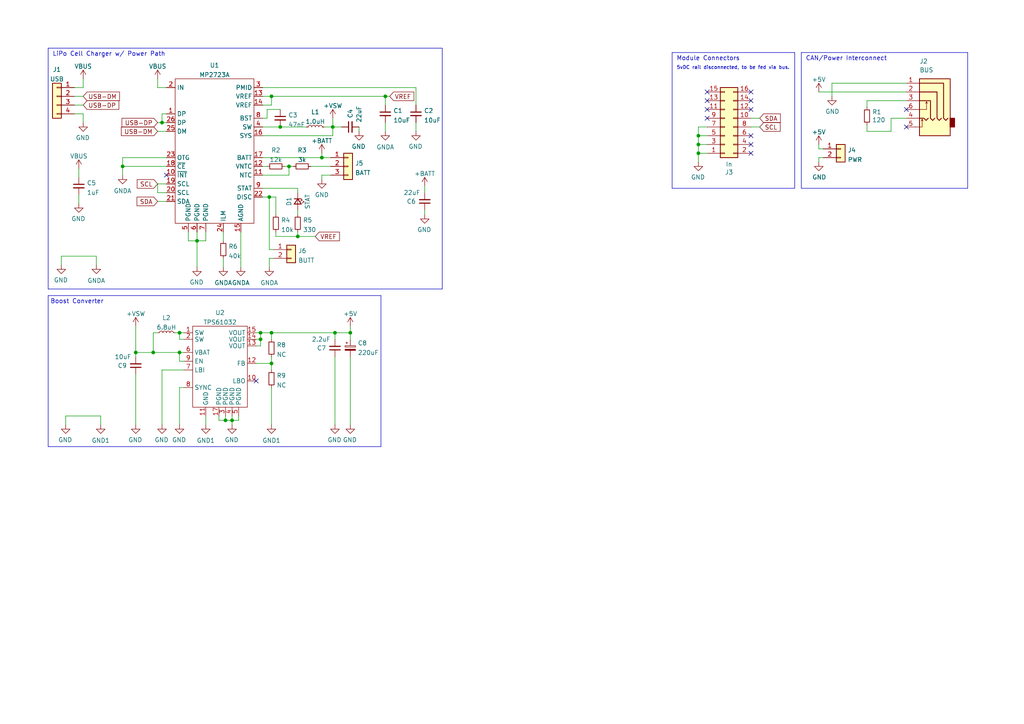
<source format=kicad_sch>
(kicad_sch (version 20230121) (generator eeschema)
  (paper "A4")
  (title_block (title "KTANE Physical Edition - Power Management Module") (date "2021-04-17") (rev "1") (company "Designed by Melair") (comment 1 "Single cell LiPo Charger + 5V Boost"))
  (lib_symbols
    (symbol "Connector_Generic:Conn_01x02" (pin_names (offset 1.016) hide)
      (property "Reference" "J" (at 0 2.54 0))
      (property "Value" "Conn_01x02" (at 0 -5.08 0))
      (symbol "Conn_01x02_1_1"
        (rectangle (start -1.27 -2.413) (end 0 -2.667) (stroke (width 0.1524)))
        (rectangle (start -1.27 0.127) (end 0 -0.127) (stroke (width 0.1524)))
        (rectangle (start -1.27 1.27) (end 1.27 -3.81) (stroke (width 0.254)) (fill (type background)))
        (pin passive line (at -5.08 0 0) (length 3.81) (name "Pin_1") (number "1"))
        (pin passive line (at -5.08 -2.54 0) (length 3.81) (name "Pin_2") (number "2"))
      )
    )
    (symbol "Connector_Generic:Conn_01x03" (pin_names (offset 1.016) hide)
      (property "Reference" "J" (at 0 5.08 0))
      (property "Value" "Conn_01x03" (at 0 -5.08 0))
      (symbol "Conn_01x03_1_1"
        (rectangle (start -1.27 -2.413) (end 0 -2.667) (stroke (width 0.1524)))
        (rectangle (start -1.27 0.127) (end 0 -0.127) (stroke (width 0.1524)))
        (rectangle (start -1.27 2.667) (end 0 2.413) (stroke (width 0.1524)))
        (rectangle (start -1.27 3.81) (end 1.27 -3.81) (stroke (width 0.254)) (fill (type background)))
        (pin passive line (at -5.08 2.54 0) (length 3.81) (name "Pin_1") (number "1"))
        (pin passive line (at -5.08 0 0) (length 3.81) (name "Pin_2") (number "2"))
        (pin passive line (at -5.08 -2.54 0) (length 3.81) (name "Pin_3") (number "3"))
      )
    )
    (symbol "Connector_Generic:Conn_01x04" (pin_names (offset 1.016) hide)
      (property "Reference" "J" (at 0 5.08 0))
      (property "Value" "Conn_01x04" (at 0 -7.62 0))
      (symbol "Conn_01x04_1_1"
        (rectangle (start -1.27 -4.953) (end 0 -5.207) (stroke (width 0.1524)))
        (rectangle (start -1.27 -2.413) (end 0 -2.667) (stroke (width 0.1524)))
        (rectangle (start -1.27 0.127) (end 0 -0.127) (stroke (width 0.1524)))
        (rectangle (start -1.27 2.667) (end 0 2.413) (stroke (width 0.1524)))
        (rectangle (start -1.27 3.81) (end 1.27 -6.35) (stroke (width 0.254)) (fill (type background)))
        (pin passive line (at -5.08 2.54 0) (length 3.81) (name "Pin_1") (number "1"))
        (pin passive line (at -5.08 0 0) (length 3.81) (name "Pin_2") (number "2"))
        (pin passive line (at -5.08 -2.54 0) (length 3.81) (name "Pin_3") (number "3"))
        (pin passive line (at -5.08 -5.08 0) (length 3.81) (name "Pin_4") (number "4"))
      )
    )
    (symbol "Connector_Generic:Conn_02x08_Odd_Even" (pin_names (offset 1.016) hide)
      (property "Reference" "J" (at 1.27 10.16 0))
      (property "Value" "Conn_02x08_Odd_Even" (at 1.27 -12.7 0))
      (symbol "Conn_02x08_Odd_Even_1_1"
        (rectangle (start -1.27 -10.033) (end 0 -10.287) (stroke (width 0.1524)))
        (rectangle (start -1.27 -7.493) (end 0 -7.747) (stroke (width 0.1524)))
        (rectangle (start -1.27 -4.953) (end 0 -5.207) (stroke (width 0.1524)))
        (rectangle (start -1.27 -2.413) (end 0 -2.667) (stroke (width 0.1524)))
        (rectangle (start -1.27 0.127) (end 0 -0.127) (stroke (width 0.1524)))
        (rectangle (start -1.27 2.667) (end 0 2.413) (stroke (width 0.1524)))
        (rectangle (start -1.27 5.207) (end 0 4.953) (stroke (width 0.1524)))
        (rectangle (start -1.27 7.747) (end 0 7.493) (stroke (width 0.1524)))
        (rectangle (start -1.27 8.89) (end 3.81 -11.43) (stroke (width 0.254)) (fill (type background)))
        (rectangle (start 3.81 -10.033) (end 2.54 -10.287) (stroke (width 0.1524)))
        (rectangle (start 3.81 -7.493) (end 2.54 -7.747) (stroke (width 0.1524)))
        (rectangle (start 3.81 -4.953) (end 2.54 -5.207) (stroke (width 0.1524)))
        (rectangle (start 3.81 -2.413) (end 2.54 -2.667) (stroke (width 0.1524)))
        (rectangle (start 3.81 0.127) (end 2.54 -0.127) (stroke (width 0.1524)))
        (rectangle (start 3.81 2.667) (end 2.54 2.413) (stroke (width 0.1524)))
        (rectangle (start 3.81 5.207) (end 2.54 4.953) (stroke (width 0.1524)))
        (rectangle (start 3.81 7.747) (end 2.54 7.493) (stroke (width 0.1524)))
        (pin passive line (at -5.08 7.62 0) (length 3.81) (name "Pin_1") (number "1"))
        (pin passive line (at 7.62 -2.54 180) (length 3.81) (name "Pin_10") (number "10"))
        (pin passive line (at -5.08 -5.08 0) (length 3.81) (name "Pin_11") (number "11"))
        (pin passive line (at 7.62 -5.08 180) (length 3.81) (name "Pin_12") (number "12"))
        (pin passive line (at -5.08 -7.62 0) (length 3.81) (name "Pin_13") (number "13"))
        (pin passive line (at 7.62 -7.62 180) (length 3.81) (name "Pin_14") (number "14"))
        (pin passive line (at -5.08 -10.16 0) (length 3.81) (name "Pin_15") (number "15"))
        (pin passive line (at 7.62 -10.16 180) (length 3.81) (name "Pin_16") (number "16"))
        (pin passive line (at 7.62 7.62 180) (length 3.81) (name "Pin_2") (number "2"))
        (pin passive line (at -5.08 5.08 0) (length 3.81) (name "Pin_3") (number "3"))
        (pin passive line (at 7.62 5.08 180) (length 3.81) (name "Pin_4") (number "4"))
        (pin passive line (at -5.08 2.54 0) (length 3.81) (name "Pin_5") (number "5"))
        (pin passive line (at 7.62 2.54 180) (length 3.81) (name "Pin_6") (number "6"))
        (pin passive line (at -5.08 0 0) (length 3.81) (name "Pin_7") (number "7"))
        (pin passive line (at 7.62 0 180) (length 3.81) (name "Pin_8") (number "8"))
        (pin passive line (at -5.08 -2.54 0) (length 3.81) (name "Pin_9") (number "9"))
      )
    )
    (symbol "Device:C_Polarized_Small" (pin_numbers hide) (pin_names (offset 0.254) hide)
      (property "Reference" "C" (at 0.254 1.778 0))
      (property "Value" "C_Polarized_Small" (at 0.254 -2.032 0))
      (symbol "C_Polarized_Small_0_1"
        (rectangle (start -1.524 -0.3048) (end 1.524 -0.6858) (fill (type outline)))
        (rectangle (start -1.524 0.6858) (end 1.524 0.3048))
        (polyline (pts (xy -1.27 1.524) (xy -0.762 1.524)))
        (polyline (pts (xy -1.016 1.27) (xy -1.016 1.778)))
      )
      (symbol "C_Polarized_Small_1_1"
        (pin passive line (at 0 2.54 270) (length 1.8542) (name "~") (number "1"))
        (pin passive line (at 0 -2.54 90) (length 1.8542) (name "~") (number "2"))
      )
    )
    (symbol "Device:C_Small" (pin_numbers hide) (pin_names (offset 0.254) hide)
      (property "Reference" "C" (at 0.254 1.778 0))
      (property "Value" "C_Small" (at 0.254 -2.032 0))
      (symbol "C_Small_0_1"
        (polyline (pts (xy -1.524 -0.508) (xy 1.524 -0.508)) (stroke (width 0.3302)))
        (polyline (pts (xy -1.524 0.508) (xy 1.524 0.508)) (stroke (width 0.3048)))
      )
      (symbol "C_Small_1_1"
        (pin passive line (at 0 2.54 270) (length 2.032) (name "~") (number "1"))
        (pin passive line (at 0 -2.54 90) (length 2.032) (name "~") (number "2"))
      )
    )
    (symbol "Device:LED_Small" (pin_numbers hide) (pin_names (offset 0.254) hide)
      (property "Reference" "D" (at -1.27 3.175 0))
      (property "Value" "LED_Small" (at -4.445 -2.54 0))
      (symbol "LED_Small_0_1"
        (polyline (pts (xy -0.762 -1.016) (xy -0.762 1.016)) (stroke (width 0.254)))
        (polyline (pts (xy 1.016 0) (xy -0.762 0)))
        (polyline (pts (xy 0.762 -1.016) (xy -0.762 0) (xy 0.762 1.016) (xy 0.762 -1.016)) (stroke (width 0.254)))
        (polyline (pts (xy 0 0.762) (xy -0.508 1.27) (xy -0.254 1.27) (xy -0.508 1.27) (xy -0.508 1.016)))
        (polyline (pts (xy 0.508 1.27) (xy 0 1.778) (xy 0.254 1.778) (xy 0 1.778) (xy 0 1.524)))
      )
      (symbol "LED_Small_1_1"
        (pin passive line (at -2.54 0 0) (length 1.778) (name "K") (number "1"))
        (pin passive line (at 2.54 0 180) (length 1.778) (name "A") (number "2"))
      )
    )
    (symbol "Device:L_Small" (pin_numbers hide) (pin_names (offset 0.254) hide)
      (property "Reference" "L" (at 0.762 1.016 0))
      (property "Value" "L_Small" (at 0.762 -1.016 0))
      (symbol "L_Small_0_1"
        (arc (start 0 -2.032) (mid 0.5058 -1.524) (end 0 -1.016))
        (arc (start 0 -1.016) (mid 0.5058 -0.508) (end 0 0))
        (arc (start 0 0) (mid 0.5058 0.508) (end 0 1.016))
        (arc (start 0 1.016) (mid 0.5058 1.524) (end 0 2.032))
      )
      (symbol "L_Small_1_1"
        (pin passive line (at 0 2.54 270) (length 0.508) (name "~") (number "1"))
        (pin passive line (at 0 -2.54 90) (length 0.508) (name "~") (number "2"))
      )
    )
    (symbol "Device:R_Small" (pin_numbers hide) (pin_names (offset 0.254) hide)
      (property "Reference" "R" (at 0.762 0.508 0))
      (property "Value" "R_Small" (at 0.762 -1.016 0))
      (symbol "R_Small_0_1"
        (rectangle (start -0.762 1.778) (end 0.762 -1.778) (stroke (width 0.2032)))
      )
      (symbol "R_Small_1_1"
        (pin passive line (at 0 2.54 270) (length 0.762) (name "~") (number "1"))
        (pin passive line (at 0 -2.54 90) (length 0.762) (name "~") (number "2"))
      )
    )
    (symbol "KTANE:AudioJack4_SwitchTR1"
      (property "Reference" "J" (at 0 11.43 0))
      (property "Value" "AudioJack4_SwitchTR1" (at 0 8.89 0))
      (symbol "AudioJack4_SwitchTR1_0_1"
        (rectangle (start -7.62 -5.08) (end -8.89 -7.62) (stroke (width 0.254)) (fill (type outline)))
        (polyline (pts (xy 1.27 -5.08) (xy 2.54 -5.08)))
        (polyline (pts (xy 1.27 2.54) (xy 2.54 2.54)))
        (polyline (pts (xy 2.54 0) (xy 1.27 0)))
        (polyline (pts (xy 2.54 5.08) (xy 1.27 5.08)))
        (rectangle (start 1.27 6.35) (end -7.62 -10.16) (stroke (width 0.254)) (fill (type background)))
      )
      (symbol "AudioJack4_SwitchTR1_1_1"
        (polyline (pts (xy -0.762 -0.254) (xy -0.508 -0.762)))
        (polyline (pts (xy 0.508 -5.334) (xy 0.762 -5.842)))
        (polyline (pts (xy -1.27 -5.08) (xy -0.635 -5.715) (xy 0 -5.08) (xy 1.27 -5.08)) (stroke (width 0.254)))
        (polyline (pts (xy 2.54 -7.62) (xy 0.508 -7.62) (xy 0.508 -5.334) (xy 0.254 -5.842)))
        (polyline (pts (xy 2.54 -2.54) (xy -0.762 -2.54) (xy -0.762 -0.254) (xy -1.016 -0.762)))
        (polyline (pts (xy -3.175 -5.08) (xy -2.54 -5.715) (xy -1.905 -5.08) (xy -1.905 0) (xy 1.27 0)) (stroke (width 0.254)))
        (polyline (pts (xy 1.27 2.54) (xy -3.81 2.54) (xy -3.81 -5.08) (xy -4.445 -5.715) (xy -5.08 -5.08)) (stroke (width 0.254)))
        (polyline (pts (xy 1.27 5.08) (xy -5.715 5.08) (xy -5.715 -5.08) (xy -6.35 -5.715) (xy -6.985 -5.08)) (stroke (width 0.254)))
        (pin passive line (at 5.08 5.08 180) (length 2.54) (name "~") (number "1"))
        (pin passive line (at 5.08 2.54 180) (length 2.54) (name "~") (number "2"))
        (pin passive line (at 5.08 0 180) (length 2.54) (name "~") (number "3"))
        (pin passive line (at 5.08 -5.08 180) (length 2.54) (name "~") (number "4"))
        (pin passive line (at 5.08 -7.62 180) (length 2.54) (name "~") (number "5"))
        (pin passive line (at 5.08 -2.54 180) (length 2.54) (name "~") (number "6"))
      )
    )
    (symbol "KTANE:MP2723A"
      (property "Reference" "U" (at -6.35 24.13 0))
      (property "Value" "MP2723A" (at -2.54 21.59 0))
      (symbol "MP2723A_0_1"
        (rectangle (start -11.43 20.32) (end 11.43 -21.59) (stroke (width 0.1524)))
      )
      (symbol "MP2723A_1_1"
        (pin input line (at -13.97 10.16 0) (length 2.54) (name "DP") (number "1"))
        (pin input line (at -13.97 -7.62 0) (length 2.54) (name "~{INT}") (number "10"))
        (pin input line (at 13.97 -7.62 180) (length 2.54) (name "NTC") (number "11"))
        (pin input line (at 13.97 -5.08 180) (length 2.54) (name "VNTC") (number "12"))
        (pin input line (at 13.97 15.24 180) (length 2.54) (name "VREF") (number "13"))
        (pin input line (at 13.97 12.7 180) (length 2.54) (name "VREF") (number "14"))
        (pin input line (at 7.62 -24.13 90) (length 2.54) (name "AGND") (number "15"))
        (pin input line (at 13.97 3.81 180) (length 2.54) (name "SYS") (number "16"))
        (pin input line (at 13.97 -2.54 180) (length 2.54) (name "BATT") (number "17"))
        (pin input line (at -13.97 -5.08 0) (length 2.54) (name "~{CE}") (number "18"))
        (pin input line (at -13.97 -10.16 0) (length 2.54) (name "SCL") (number "19"))
        (pin input line (at -13.97 17.78 0) (length 2.54) (name "IN") (number "2"))
        (pin input line (at -13.97 -12.7 0) (length 2.54) (name "SCL") (number "20"))
        (pin input line (at -13.97 -15.24 0) (length 2.54) (name "SDA") (number "21"))
        (pin input line (at 13.97 -13.97 180) (length 2.54) (name "DISC") (number "22"))
        (pin input line (at -13.97 -2.54 0) (length 2.54) (name "OTG") (number "23"))
        (pin input line (at 2.54 -24.13 90) (length 2.54) (name "ILM") (number "24"))
        (pin input line (at -13.97 5.08 0) (length 2.54) (name "DM") (number "25"))
        (pin input line (at -13.97 7.62 0) (length 2.54) (name "DP") (number "26"))
        (pin input line (at 13.97 17.78 180) (length 2.54) (name "PMID") (number "3"))
        (pin input line (at 13.97 6.35 180) (length 2.54) (name "SW") (number "4"))
        (pin input line (at -7.62 -24.13 90) (length 2.54) (name "PGND") (number "5"))
        (pin input line (at -5.08 -24.13 90) (length 2.54) (name "PGND") (number "6"))
        (pin input line (at -2.54 -24.13 90) (length 2.54) (name "PGND") (number "7"))
        (pin input line (at 13.97 8.89 180) (length 2.54) (name "BST") (number "8"))
        (pin input line (at 13.97 -11.43 180) (length 2.54) (name "STAT") (number "9"))
      )
    )
    (symbol "KTANE:TPS61032"
      (property "Reference" "U" (at -7.62 15.875 0))
      (property "Value" "TPS61032" (at 1.27 15.875 0))
      (symbol "TPS61032_0_1"
        (rectangle (start -8.255 14.605) (end 7.62 -8.89) (stroke (width 0.1524)))
      )
      (symbol "TPS61032_1_1"
        (pin input line (at -10.795 12.7 0) (length 2.54) (name "SW") (number "1"))
        (pin input line (at 10.16 -1.27 180) (length 2.54) (name "LBO") (number "10"))
        (pin input line (at -4.445 -11.43 90) (length 2.54) (name "GND") (number "11"))
        (pin input line (at 10.16 3.81 180) (length 2.54) (name "FB") (number "12"))
        (pin input line (at 10.16 8.89 180) (length 2.54) (name "VOUT") (number "13"))
        (pin input line (at 10.16 10.795 180) (length 2.54) (name "VOUT") (number "14"))
        (pin input line (at 10.16 12.7 180) (length 2.54) (name "VOUT") (number "15"))
        (pin input line (at -0.635 -11.43 90) (length 2.54) (name "PGND") (number "17"))
        (pin input line (at -10.795 10.795 0) (length 2.54) (name "SW") (number "2"))
        (pin input line (at 1.27 -11.43 90) (length 2.54) (name "PGND") (number "3"))
        (pin input line (at 3.175 -11.43 90) (length 2.54) (name "PGND") (number "4"))
        (pin input line (at 5.08 -11.43 90) (length 2.54) (name "PGND") (number "5"))
        (pin input line (at -10.795 6.985 0) (length 2.54) (name "VBAT") (number "6"))
        (pin input line (at -10.795 1.905 0) (length 2.54) (name "LBI") (number "7"))
        (pin input line (at -10.795 -3.175 0) (length 2.54) (name "SYNC") (number "8"))
        (pin input line (at -10.795 4.445 0) (length 2.54) (name "EN") (number "9"))
      )
    )
    (symbol "power:+5V" (power) (pin_names (offset 0))
      (property "Value" "+5V" (at 0 3.556 0))
      (symbol "+5V_0_1"
        (polyline (pts (xy -0.762 1.27) (xy 0 2.54)))
        (polyline (pts (xy 0 0) (xy 0 2.54)))
        (polyline (pts (xy 0 2.54) (xy 0.762 1.27)))
      )
      (symbol "+5V_1_1"
        (pin power_in line (at 0 0 90) (length 0) hide (name "+5V") (number "1"))
      )
    )
    (symbol "power:+BATT" (power) (pin_names (offset 0))
      (property "Value" "+BATT" (at 0 3.556 0))
      (symbol "+BATT_0_1"
        (polyline (pts (xy -0.762 1.27) (xy 0 2.54)))
        (polyline (pts (xy 0 0) (xy 0 2.54)))
        (polyline (pts (xy 0 2.54) (xy 0.762 1.27)))
      )
      (symbol "+BATT_1_1"
        (pin power_in line (at 0 0 90) (length 0) hide (name "+BATT") (number "1"))
      )
    )
    (symbol "power:+VSW" (power) (pin_names (offset 0))
      (property "Value" "+VSW" (at 0 3.556 0))
      (symbol "+VSW_0_1"
        (polyline (pts (xy -0.762 1.27) (xy 0 2.54)))
        (polyline (pts (xy 0 0) (xy 0 2.54)))
        (polyline (pts (xy 0 2.54) (xy 0.762 1.27)))
      )
      (symbol "+VSW_1_1"
        (pin power_in line (at 0 0 90) (length 0) hide (name "+VSW") (number "1"))
      )
    )
    (symbol "power:GND" (power) (pin_names (offset 0))
      (property "Value" "GND" (at 0 -3.81 0))
      (symbol "GND_0_1"
        (polyline (pts (xy 0 0) (xy 0 -1.27) (xy 1.27 -1.27) (xy 0 -2.54) (xy -1.27 -1.27) (xy 0 -1.27)))
      )
      (symbol "GND_1_1"
        (pin power_in line (at 0 0 270) (length 0) hide (name "GND") (number "1"))
      )
    )
    (symbol "power:GND1" (power) (pin_names (offset 0))
      (property "Value" "GND1" (at 0 -3.81 0))
      (symbol "GND1_0_1"
        (polyline (pts (xy 0 0) (xy 0 -1.27) (xy 1.27 -1.27) (xy 0 -2.54) (xy -1.27 -1.27) (xy 0 -1.27)))
      )
      (symbol "GND1_1_1"
        (pin power_in line (at 0 0 270) (length 0) hide (name "GND1") (number "1"))
      )
    )
    (symbol "power:GNDA" (power) (pin_names (offset 0))
      (property "Value" "GNDA" (at 0 -3.81 0))
      (symbol "GNDA_0_1"
        (polyline (pts (xy 0 0) (xy 0 -1.27) (xy 1.27 -1.27) (xy 0 -2.54) (xy -1.27 -1.27) (xy 0 -1.27)))
      )
      (symbol "GNDA_1_1"
        (pin power_in line (at 0 0 270) (length 0) hide (name "GNDA") (number "1"))
      )
    )
    (symbol "power:VBUS" (power) (pin_names (offset 0))
      (property "Value" "VBUS" (at 0 3.81 0))
      (symbol "VBUS_0_1"
        (polyline (pts (xy -0.762 1.27) (xy 0 2.54)))
        (polyline (pts (xy 0 0) (xy 0 2.54)))
        (polyline (pts (xy 0 2.54) (xy 0.762 1.27)))
      )
      (symbol "VBUS_1_1"
        (pin power_in line (at 0 0 90) (length 0) hide (name "VBUS") (number "1"))
      )
    )
  )
  (junction (at 78.105 57.15))
  (junction (at 78.74 105.41))
  (junction (at 101.6 96.52))
  (junction (at 202.565 41.91))
  (junction (at 35.56 48.26))
  (junction (at 52.07 102.235))
  (junction (at 78.74 96.52))
  (junction (at 93.345 45.72))
  (junction (at 67.31 121.92))
  (junction (at 65.405 121.92))
  (junction (at 75.565 96.52))
  (junction (at 96.52 36.83))
  (junction (at 78.74 27.94))
  (junction (at 202.565 39.37))
  (junction (at 86.36 68.58))
  (junction (at 97.155 96.52))
  (junction (at 111.76 27.94))
  (junction (at 52.07 96.52))
  (junction (at 39.37 102.235))
  (junction (at 83.82 48.26))
  (junction (at 81.28 36.83))
  (junction (at 46.99 35.56))
  (junction (at 44.45 102.235))
  (junction (at 202.565 44.45))
  (junction (at 75.565 98.425))
  (junction (at 57.15 69.85))
  (no_connect (at 217.805 39.37))
  (no_connect (at 217.805 41.91))
  (no_connect (at 217.805 44.45))
  (no_connect (at 48.26 50.8))
  (no_connect (at 205.105 34.29))
  (no_connect (at 205.105 26.67))
  (no_connect (at 205.105 29.21))
  (no_connect (at 205.105 31.75))
  (no_connect (at 74.295 110.49))
  (no_connect (at 262.89 31.75))
  (no_connect (at 262.89 36.83))
  (no_connect (at 217.805 29.21))
  (no_connect (at 217.805 26.67))
  (no_connect (at 217.805 31.75))
  (wire (pts (xy 74.295 98.425) (xy 75.565 98.425)))
  (wire (pts (xy 217.805 36.83) (xy 220.345 36.83)))
  (wire (pts (xy 57.15 69.85) (xy 57.15 77.47)))
  (wire (pts (xy 123.19 62.23) (xy 123.19 60.96)))
  (wire (pts (xy 39.37 102.235) (xy 44.45 102.235)))
  (wire (pts (xy 76.2 34.29) (xy 77.47 34.29)))
  (wire (pts (xy 45.72 38.1) (xy 48.26 38.1)))
  (wire (pts (xy 63.5 120.65) (xy 63.5 121.92)))
  (wire (pts (xy 76.2 50.8) (xy 83.82 50.8)))
  (polyline (pts (xy 230.505 54.61) (xy 194.945 54.61)))
  (wire (pts (xy 78.105 74.93) (xy 78.105 77.47)))
  (wire (pts (xy 238.76 45.72) (xy 237.49 45.72)))
  (wire (pts (xy 104.14 36.83) (xy 104.14 38.1)))
  (wire (pts (xy 59.69 120.65) (xy 59.69 123.19)))
  (wire (pts (xy 96.52 36.83) (xy 99.06 36.83)))
  (wire (pts (xy 241.3 27.94) (xy 241.3 24.13)))
  (wire (pts (xy 78.74 105.41) (xy 78.74 107.315)))
  (wire (pts (xy 205.105 41.91) (xy 202.565 41.91)))
  (polyline (pts (xy 110.49 85.725) (xy 110.49 129.54)))
  (wire (pts (xy 19.05 123.19) (xy 19.05 120.65)))
  (wire (pts (xy 46.99 35.56) (xy 48.26 35.56)))
  (wire (pts (xy 237.49 26.67) (xy 262.89 26.67)))
  (wire (pts (xy 24.13 33.02) (xy 21.59 33.02)))
  (wire (pts (xy 24.13 22.86) (xy 24.13 25.4)))
  (wire (pts (xy 205.105 44.45) (xy 202.565 44.45)))
  (wire (pts (xy 93.345 52.07) (xy 93.345 50.8)))
  (wire (pts (xy 101.6 103.505) (xy 101.6 123.19)))
  (wire (pts (xy 217.805 34.29) (xy 220.345 34.29)))
  (wire (pts (xy 97.155 103.505) (xy 97.155 123.19)))
  (wire (pts (xy 67.31 121.92) (xy 65.405 121.92)))
  (wire (pts (xy 93.345 50.8) (xy 95.885 50.8)))
  (wire (pts (xy 120.65 35.56) (xy 120.65 38.1)))
  (wire (pts (xy 93.98 36.83) (xy 96.52 36.83)))
  (wire (pts (xy 76.2 54.61) (xy 86.36 54.61)))
  (wire (pts (xy 69.85 67.31) (xy 69.85 77.47)))
  (wire (pts (xy 83.82 48.26) (xy 82.55 48.26)))
  (wire (pts (xy 86.36 68.58) (xy 91.44 68.58)))
  (wire (pts (xy 67.31 123.19) (xy 67.31 121.92)))
  (wire (pts (xy 202.565 44.45) (xy 202.565 46.99)))
  (wire (pts (xy 39.37 102.235) (xy 39.37 103.505)))
  (wire (pts (xy 45.72 22.86) (xy 45.72 25.4)))
  (wire (pts (xy 52.07 102.235) (xy 44.45 102.235)))
  (wire (pts (xy 93.345 45.72) (xy 95.885 45.72)))
  (wire (pts (xy 35.56 48.26) (xy 48.26 48.26)))
  (wire (pts (xy 120.65 30.48) (xy 120.65 25.4)))
  (polyline (pts (xy 194.945 15.24) (xy 230.505 15.24)))
  (wire (pts (xy 45.72 53.34) (xy 48.26 53.34)))
  (wire (pts (xy 57.15 67.31) (xy 57.15 69.85)))
  (wire (pts (xy 76.2 30.48) (xy 78.74 30.48)))
  (wire (pts (xy 22.86 48.895) (xy 22.86 51.435)))
  (wire (pts (xy 237.49 45.72) (xy 237.49 46.99)))
  (wire (pts (xy 75.565 100.33) (xy 75.565 98.425)))
  (wire (pts (xy 90.17 48.26) (xy 95.885 48.26)))
  (wire (pts (xy 76.2 57.15) (xy 78.105 57.15)))
  (polyline (pts (xy 230.505 15.24) (xy 230.505 54.61)))
  (wire (pts (xy 54.61 69.85) (xy 57.15 69.85)))
  (wire (pts (xy 29.21 120.65) (xy 29.21 123.19)))
  (wire (pts (xy 35.56 45.72) (xy 48.26 45.72)))
  (wire (pts (xy 21.59 25.4) (xy 24.13 25.4)))
  (wire (pts (xy 53.34 98.425) (xy 52.07 98.425)))
  (wire (pts (xy 96.52 39.37) (xy 96.52 36.83)))
  (wire (pts (xy 77.47 34.29) (xy 77.47 31.75)))
  (wire (pts (xy 45.72 53.34) (xy 45.72 55.88)))
  (wire (pts (xy 52.07 102.235) (xy 52.07 104.775)))
  (wire (pts (xy 52.07 112.395) (xy 52.07 123.19)))
  (wire (pts (xy 46.99 123.19) (xy 46.99 107.315)))
  (wire (pts (xy 83.82 48.26) (xy 83.82 50.8)))
  (polyline (pts (xy 232.41 54.61) (xy 232.41 15.24)))
  (wire (pts (xy 53.34 104.775) (xy 52.07 104.775)))
  (wire (pts (xy 78.74 103.505) (xy 78.74 105.41)))
  (wire (pts (xy 46.99 33.02) (xy 46.99 35.56)))
  (polyline (pts (xy 13.97 83.82) (xy 128.27 83.82)))
  (wire (pts (xy 86.36 67.31) (xy 86.36 68.58)))
  (wire (pts (xy 111.76 35.56) (xy 111.76 38.1)))
  (wire (pts (xy 78.74 98.425) (xy 78.74 96.52)))
  (wire (pts (xy 54.61 67.31) (xy 54.61 69.85)))
  (wire (pts (xy 44.45 102.235) (xy 44.45 96.52)))
  (wire (pts (xy 67.31 120.65) (xy 67.31 121.92)))
  (wire (pts (xy 74.295 100.33) (xy 75.565 100.33)))
  (wire (pts (xy 205.105 36.83) (xy 202.565 36.83)))
  (wire (pts (xy 57.15 69.85) (xy 59.69 69.85)))
  (wire (pts (xy 83.82 48.26) (xy 85.09 48.26)))
  (wire (pts (xy 44.45 96.52) (xy 45.72 96.52)))
  (wire (pts (xy 74.295 105.41) (xy 78.74 105.41)))
  (wire (pts (xy 251.46 29.21) (xy 251.46 31.115)))
  (wire (pts (xy 78.74 27.94) (xy 78.74 30.48)))
  (wire (pts (xy 241.3 24.13) (xy 262.89 24.13)))
  (wire (pts (xy 81.28 36.83) (xy 88.9 36.83)))
  (wire (pts (xy 63.5 121.92) (xy 65.405 121.92)))
  (polyline (pts (xy 13.97 85.725) (xy 13.97 129.54)))
  (wire (pts (xy 52.07 96.52) (xy 50.8 96.52)))
  (wire (pts (xy 59.69 67.31) (xy 59.69 69.85)))
  (wire (pts (xy 101.6 94.615) (xy 101.6 96.52)))
  (wire (pts (xy 52.07 96.52) (xy 53.34 96.52)))
  (wire (pts (xy 77.47 31.75) (xy 81.28 31.75)))
  (wire (pts (xy 21.59 30.48) (xy 24.13 30.48)))
  (wire (pts (xy 78.105 74.93) (xy 79.375 74.93)))
  (wire (pts (xy 202.565 36.83) (xy 202.565 39.37)))
  (polyline (pts (xy 194.945 54.61) (xy 194.945 15.24)))
  (wire (pts (xy 202.565 39.37) (xy 202.565 41.91)))
  (wire (pts (xy 21.59 27.94) (xy 24.13 27.94)))
  (wire (pts (xy 237.49 43.18) (xy 238.76 43.18)))
  (wire (pts (xy 78.105 72.39) (xy 79.375 72.39)))
  (wire (pts (xy 76.2 27.94) (xy 78.74 27.94)))
  (wire (pts (xy 35.56 50.8) (xy 35.56 48.26)))
  (wire (pts (xy 64.77 67.31) (xy 64.77 69.85)))
  (wire (pts (xy 46.99 107.315) (xy 53.34 107.315)))
  (wire (pts (xy 258.445 38.1) (xy 251.46 38.1)))
  (wire (pts (xy 93.345 44.45) (xy 93.345 45.72)))
  (polyline (pts (xy 232.41 15.24) (xy 280.67 15.24)))
  (wire (pts (xy 48.26 55.88) (xy 45.72 55.88)))
  (polyline (pts (xy 13.97 85.725) (xy 110.49 85.725)))
  (polyline (pts (xy 280.67 15.24) (xy 280.67 54.61)))
  (wire (pts (xy 75.565 96.52) (xy 78.74 96.52)))
  (wire (pts (xy 97.155 96.52) (xy 97.155 98.425)))
  (wire (pts (xy 53.34 112.395) (xy 52.07 112.395)))
  (wire (pts (xy 17.78 74.295) (xy 27.94 74.295)))
  (wire (pts (xy 35.56 48.26) (xy 35.56 45.72)))
  (wire (pts (xy 22.86 56.515) (xy 22.86 59.055)))
  (wire (pts (xy 39.37 108.585) (xy 39.37 123.19)))
  (wire (pts (xy 96.52 34.29) (xy 96.52 36.83)))
  (wire (pts (xy 19.05 120.65) (xy 29.21 120.65)))
  (wire (pts (xy 76.2 25.4) (xy 120.65 25.4)))
  (wire (pts (xy 45.72 58.42) (xy 48.26 58.42)))
  (wire (pts (xy 76.2 36.83) (xy 81.28 36.83)))
  (polyline (pts (xy 13.97 13.97) (xy 128.27 13.97)))
  (wire (pts (xy 39.37 94.615) (xy 39.37 102.235)))
  (wire (pts (xy 65.405 121.92) (xy 65.405 120.65)))
  (wire (pts (xy 251.46 38.1) (xy 251.46 36.195)))
  (wire (pts (xy 80.01 67.31) (xy 80.01 68.58)))
  (wire (pts (xy 111.76 27.94) (xy 113.03 27.94)))
  (wire (pts (xy 78.74 112.395) (xy 78.74 123.19)))
  (wire (pts (xy 202.565 41.91) (xy 202.565 44.45)))
  (wire (pts (xy 48.26 33.02) (xy 46.99 33.02)))
  (wire (pts (xy 53.34 102.235) (xy 52.07 102.235)))
  (wire (pts (xy 86.36 54.61) (xy 86.36 55.88)))
  (wire (pts (xy 80.01 57.15) (xy 80.01 62.23)))
  (wire (pts (xy 78.74 96.52) (xy 97.155 96.52)))
  (wire (pts (xy 78.105 57.15) (xy 78.105 72.39)))
  (wire (pts (xy 78.105 57.15) (xy 80.01 57.15)))
  (wire (pts (xy 76.2 45.72) (xy 93.345 45.72)))
  (wire (pts (xy 52.07 98.425) (xy 52.07 96.52)))
  (wire (pts (xy 97.155 96.52) (xy 101.6 96.52)))
  (wire (pts (xy 123.19 53.975) (xy 123.19 55.88)))
  (wire (pts (xy 101.6 96.52) (xy 101.6 98.425)))
  (wire (pts (xy 205.105 39.37) (xy 202.565 39.37)))
  (wire (pts (xy 111.76 27.94) (xy 111.76 30.48)))
  (wire (pts (xy 75.565 96.52) (xy 74.295 96.52)))
  (polyline (pts (xy 110.49 129.54) (xy 13.97 129.54)))
  (wire (pts (xy 24.13 35.56) (xy 24.13 33.02)))
  (wire (pts (xy 76.2 39.37) (xy 96.52 39.37)))
  (wire (pts (xy 262.89 34.29) (xy 258.445 34.29)))
  (wire (pts (xy 237.49 41.91) (xy 237.49 43.18)))
  (wire (pts (xy 27.94 74.295) (xy 27.94 76.835)))
  (polyline (pts (xy 280.67 54.61) (xy 232.41 54.61)))
  (wire (pts (xy 262.89 29.21) (xy 251.46 29.21)))
  (wire (pts (xy 67.31 121.92) (xy 69.215 121.92)))
  (wire (pts (xy 64.77 74.93) (xy 64.77 77.47)))
  (wire (pts (xy 69.215 121.92) (xy 69.215 120.65)))
  (wire (pts (xy 78.74 27.94) (xy 111.76 27.94)))
  (wire (pts (xy 258.445 34.29) (xy 258.445 38.1)))
  (wire (pts (xy 45.72 25.4) (xy 48.26 25.4)))
  (wire (pts (xy 17.78 76.835) (xy 17.78 74.295)))
  (wire (pts (xy 75.565 98.425) (xy 75.565 96.52)))
  (polyline (pts (xy 128.27 83.82) (xy 128.27 13.97)))
  (wire (pts (xy 86.36 60.96) (xy 86.36 62.23)))
  (wire (pts (xy 45.72 35.56) (xy 46.99 35.56)))
  (polyline (pts (xy 13.97 13.97) (xy 13.97 83.82)))
  (wire (pts (xy 80.01 68.58) (xy 86.36 68.58)))
  (wire (pts (xy 76.2 48.26) (xy 77.47 48.26)))
  (text "Boost Converter" (at 14.605 88.265 0) (effects (font (size 1.27 1.27)) (justify left bottom)))
  (text "Module Connectors" (at 196.215 17.78 0) (effects (font (size 1.27 1.27)) (justify left bottom)))
  (text "5vDC rail disconnected, to be fed via bus." (at 196.215 20.32 0) (effects (font (size 1 1)) (justify left bottom)))
  (text "LiPo Cell Charger w/ Power Path" (at 15.24 16.51 0) (effects (font (size 1.27 1.27)) (justify left bottom)))
  (text "CAN/Power Interconnect" (at 233.68 17.78 0) (effects (font (size 1.27 1.27)) (justify left bottom)))
  (global_label "SDA" (shape input) (at 220.345 34.29 0) (property "Intersheetrefs" "${INTERSHEET_REFS}" (effects hide)))
  (global_label "USB-DP" (shape input) (at 45.72 35.56 180) (property "Intersheetrefs" "${INTERSHEET_REFS}" (effects hide)))
  (global_label "SCL" (shape input) (at 220.345 36.83 0) (property "Intersheetrefs" "${INTERSHEET_REFS}" (effects hide)))
  (global_label "USB-DM" (shape input) (at 24.13 27.94 0) (property "Intersheetrefs" "${INTERSHEET_REFS}" (effects hide)))
  (global_label "SDA" (shape input) (at 45.72 58.42 180) (property "Intersheetrefs" "${INTERSHEET_REFS}" (effects hide)))
  (global_label "USB-DP" (shape input) (at 24.13 30.48 0) (property "Intersheetrefs" "${INTERSHEET_REFS}" (effects hide)))
  (global_label "SCL" (shape input) (at 45.72 53.34 180) (property "Intersheetrefs" "${INTERSHEET_REFS}" (effects hide)))
  (global_label "VREF" (shape input) (at 113.03 27.94 0) (property "Intersheetrefs" "${INTERSHEET_REFS}" (effects hide)))
  (global_label "VREF" (shape input) (at 91.44 68.58 0) (property "Intersheetrefs" "${INTERSHEET_REFS}" (effects hide)))
  (global_label "USB-DM" (shape input) (at 45.72 38.1 180) (property "Intersheetrefs" "${INTERSHEET_REFS}" (effects hide)))
  (symbol (lib_id "Connector_Generic:Conn_02x08_Odd_Even") (at 210.185 36.83 0) (mirror x) (unit 1)
    (property "Reference" "J3" (at 211.455 49.9618 0))
    (property "Value" "In" (at 211.455 47.6504 0))
    (property "Footprint" "Custom:PinHeader_2x08_P2.54mm_Vertical-Centered" (effects hide))
  )
  (symbol (lib_id "power:GND") (at 202.565 46.99 0) (mirror y) (unit 1)
    (property "Reference" "#PWR012" (effects hide))
    (property "Value" "GND" (at 202.438 51.3842 0))
  )
  (symbol (lib_id "power:+5V") (at 237.49 26.67 0) (unit 1)
    (property "Reference" "#PWR03" (effects hide))
    (property "Value" "+5V" (at 237.49 23.0655 0))
  )
  (symbol (lib_id "power:GNDA") (at 64.77 77.47 0) (unit 1)
    (property "Reference" "#PWR023" (effects hide))
    (property "Value" "GNDA" (at 64.77 82.0325 0))
  )
  (symbol (lib_id "power:+BATT") (at 123.19 53.975 0) (unit 1)
    (property "Reference" "#PWR017" (effects hide))
    (property "Value" "+BATT" (at 123.19 50.3705 0))
  )
  (symbol (lib_id "power:+VSW") (at 39.37 94.615 0) (unit 1)
    (property "Reference" "#PWR026" (effects hide))
    (property "Value" "+VSW" (at 39.37 91.0105 0))
  )
  (symbol (lib_id "power:GND") (at 97.155 123.19 0) (mirror y) (unit 1)
    (property "Reference" "#PWR036" (effects hide))
    (property "Value" "GND" (at 97.028 127.5842 0))
  )
  (symbol (lib_id "Device:R_Small") (at 64.77 72.39 0) (unit 1)
    (property "Reference" "R6" (at 66.2686 71.4815 0) (effects (justify left)))
    (property "Value" "40k" (at 66.2686 74.2566 0) (effects (justify left)))
    (property "Footprint" "Resistor_SMD:R_0805_2012Metric" (effects hide))
  )
  (symbol (lib_id "power:GND") (at 67.31 123.19 0) (mirror y) (unit 1)
    (property "Reference" "#PWR034" (effects hide))
    (property "Value" "GND" (at 67.183 127.5842 0))
  )
  (symbol (lib_id "Device:R_Small") (at 78.74 109.855 0) (unit 1)
    (property "Reference" "R9" (at 80.2386 108.9465 0) (effects (justify left)))
    (property "Value" "NC" (at 80.2386 111.7216 0) (effects (justify left)))
    (property "Footprint" "Resistor_SMD:R_0805_2012Metric" (effects hide))
  )
  (symbol (lib_id "power:GND") (at 24.13 35.56 0) (mirror y) (unit 1)
    (property "Reference" "#PWR06" (effects hide))
    (property "Value" "GND" (at 24.003 39.9542 0))
  )
  (symbol (lib_id "power:GNDA") (at 78.105 77.47 0) (unit 1)
    (property "Reference" "#PWR025" (effects hide))
    (property "Value" "GNDA" (at 78.105 82.0325 0))
  )
  (symbol (lib_id "KTANE:AudioJack4_SwitchTR1") (at 267.97 29.21 0) (mirror y) (unit 1)
    (property "Reference" "J2" (at 266.7 17.78 0) (effects (justify right)))
    (property "Value" "BUS" (at 266.7 20.32 0) (effects (justify right)))
    (property "Footprint" "Connector_Audio:Jack_3.5mm_PJ311_Horizontal" (effects hide))
  )
  (symbol (lib_id "power:+BATT") (at 93.345 44.45 0) (unit 1)
    (property "Reference" "#PWR011" (effects hide))
    (property "Value" "+BATT" (at 93.345 40.8455 0))
  )
  (symbol (lib_id "Device:L_Small") (at 48.26 96.52 90) (unit 1)
    (property "Reference" "L2" (at 48.26 92.1725 90))
    (property "Value" "6.8uH" (at 48.26 94.9476 90))
    (property "Footprint" "footprints:DR124" (effects hide))
  )
  (symbol (lib_id "power:GND") (at 22.86 59.055 0) (mirror y) (unit 1)
    (property "Reference" "#PWR018" (effects hide))
    (property "Value" "GND" (at 22.733 63.4492 0))
  )
  (symbol (lib_id "power:VBUS") (at 45.72 22.86 0) (unit 1)
    (property "Reference" "#PWR02" (effects hide))
    (property "Value" "VBUS" (at 45.72 19.2555 0))
  )
  (symbol (lib_id "power:+5V") (at 237.49 41.91 0) (unit 1)
    (property "Reference" "#PWR010" (effects hide))
    (property "Value" "+5V" (at 237.49 38.3055 0))
  )
  (symbol (lib_id "Device:R_Small") (at 80.01 64.77 0) (unit 1)
    (property "Reference" "R4" (at 81.5086 63.8615 0) (effects (justify left)))
    (property "Value" "10k" (at 81.5086 66.6366 0) (effects (justify left)))
    (property "Footprint" "Resistor_SMD:R_0805_2012Metric" (effects hide))
  )
  (symbol (lib_id "power:GND") (at 93.345 52.07 0) (mirror y) (unit 1)
    (property "Reference" "#PWR016" (effects hide))
    (property "Value" "GND" (at 93.345 56.515 0))
  )
  (symbol (lib_id "power:GND") (at 17.78 76.835 0) (mirror y) (unit 1)
    (property "Reference" "#PWR020" (effects hide))
    (property "Value" "GND" (at 17.653 81.2292 0))
  )
  (symbol (lib_id "power:GND1") (at 78.74 123.19 0) (unit 1)
    (property "Reference" "#PWR035" (effects hide))
    (property "Value" "GND1" (at 78.74 127.7525 0))
  )
  (symbol (lib_id "power:GND") (at 57.15 77.47 0) (mirror y) (unit 1)
    (property "Reference" "#PWR022" (effects hide))
    (property "Value" "GND" (at 57.023 81.8642 0))
  )
  (symbol (lib_id "power:GND") (at 101.6 123.19 0) (mirror y) (unit 1)
    (property "Reference" "#PWR037" (effects hide))
    (property "Value" "GND" (at 101.473 127.5842 0))
  )
  (symbol (lib_id "power:VBUS") (at 24.13 22.86 0) (unit 1)
    (property "Reference" "#PWR01" (effects hide))
    (property "Value" "VBUS" (at 24.13 19.2555 0))
  )
  (symbol (lib_id "power:GND") (at 120.65 38.1 0) (mirror y) (unit 1)
    (property "Reference" "#PWR09" (effects hide))
    (property "Value" "GND" (at 120.523 42.4942 0))
  )
  (symbol (lib_id "power:GNDA") (at 69.85 77.47 0) (unit 1)
    (property "Reference" "#PWR024" (effects hide))
    (property "Value" "GNDA" (at 69.85 82.0325 0))
  )
  (symbol (lib_id "Device:C_Small") (at 123.19 58.42 180) (unit 1)
    (property "Reference" "C6" (at 120.65 58.42 0) (effects (justify left)))
    (property "Value" "22uF" (at 121.92 55.88 0) (effects (justify left)))
    (property "Footprint" "Capacitor_SMD:C_0805_2012Metric" (effects hide))
  )
  (symbol (lib_id "Connector_Generic:Conn_01x02") (at 243.84 43.18 0) (unit 1)
    (property "Reference" "J4" (at 245.872 43.5415 0) (effects (justify left)))
    (property "Value" "PWR" (at 245.872 46.3166 0) (effects (justify left)))
    (property "Footprint" "Connector_JST:JST_XH_B2B-XH-A_1x02_P2.50mm_Vertical" (effects hide))
  )
  (symbol (lib_id "power:GND1") (at 59.69 123.19 0) (unit 1)
    (property "Reference" "#PWR033" (effects hide))
    (property "Value" "GND1" (at 59.69 127.7525 0))
  )
  (symbol (lib_id "power:GND") (at 52.07 123.19 0) (mirror y) (unit 1)
    (property "Reference" "#PWR032" (effects hide))
    (property "Value" "GND" (at 51.943 127.5842 0))
  )
  (symbol (lib_id "power:+VSW") (at 96.52 34.29 0) (unit 1)
    (property "Reference" "#PWR05" (effects hide))
    (property "Value" "+VSW" (at 96.52 30.6855 0))
  )
  (symbol (lib_id "power:GND") (at 104.14 38.1 0) (mirror y) (unit 1)
    (property "Reference" "#PWR07" (effects hide))
    (property "Value" "GND" (at 104.013 42.4942 0))
  )
  (symbol (lib_id "power:GND") (at 241.3 27.94 0) (unit 1)
    (property "Reference" "#PWR04" (effects hide))
    (property "Value" "GND" (at 241.427 32.3342 0))
  )
  (symbol (lib_id "Connector_Generic:Conn_01x03") (at 100.965 48.26 0) (unit 1)
    (property "Reference" "J5" (at 102.997 47.3515 0) (effects (justify left)))
    (property "Value" "BATT" (at 102.997 50.1266 0) (effects (justify left)))
    (property "Footprint" "Connector_JST:JST_PH_B3B-PH-K_1x03_P2.00mm_Vertical" (effects hide))
  )
  (symbol (lib_id "power:GND") (at 19.05 123.19 0) (mirror y) (unit 1)
    (property "Reference" "#PWR028" (effects hide))
    (property "Value" "GND" (at 18.923 127.5842 0))
  )
  (symbol (lib_id "Device:C_Small") (at 97.155 100.965 180) (unit 1)
    (property "Reference" "C7" (at 94.615 100.965 0) (effects (justify left)))
    (property "Value" "2.2uF" (at 95.885 98.425 0) (effects (justify left)))
    (property "Footprint" "Capacitor_SMD:C_0603_1608Metric" (effects hide))
  )
  (symbol (lib_id "Connector_Generic:Conn_01x04") (at 16.51 27.94 0) (mirror y) (unit 1)
    (property "Reference" "J1" (at 16.51 20.1635 0))
    (property "Value" "USB" (at 16.51 22.9386 0))
    (property "Footprint" "Connector_PinHeader_2.54mm:PinHeader_1x04_P2.54mm_Vertical" (effects hide))
  )
  (symbol (lib_id "power:GND1") (at 29.21 123.19 0) (unit 1)
    (property "Reference" "#PWR029" (effects hide))
    (property "Value" "GND1" (at 29.21 127.7525 0))
  )
  (symbol (lib_id "power:VBUS") (at 22.86 48.895 0) (unit 1)
    (property "Reference" "#PWR014" (effects hide))
    (property "Value" "VBUS" (at 22.86 45.2905 0))
  )
  (symbol (lib_id "Connector_Generic:Conn_01x02") (at 84.455 72.39 0) (unit 1)
    (property "Reference" "J6" (at 86.487 72.7515 0) (effects (justify left)))
    (property "Value" "BUTT" (at 86.487 75.5266 0) (effects (justify left)))
    (property "Footprint" "Connector_JST:JST_PH_B2B-PH-K_1x02_P2.00mm_Vertical" (effects hide))
  )
  (symbol (lib_id "power:GNDA") (at 111.76 38.1 0) (unit 1)
    (property "Reference" "#PWR08" (effects hide))
    (property "Value" "GNDA" (at 111.76 42.6625 0))
  )
  (symbol (lib_id "KTANE:MP2723A") (at 62.23 43.18 0) (unit 1)
    (property "Reference" "U1" (at 62.23 18.9443 0))
    (property "Value" "MP2723A" (at 62.23 21.7194 0))
    (property "Footprint" "footprints:MP2723AGQC-0000-P" (effects hide))
  )
  (symbol (lib_id "power:GND") (at 39.37 123.19 0) (mirror y) (unit 1)
    (property "Reference" "#PWR030" (effects hide))
    (property "Value" "GND" (at 39.243 127.5842 0))
  )
  (symbol (lib_id "KTANE:TPS61032") (at 64.135 109.22 0) (unit 1)
    (property "Reference" "U2" (at 63.8175 90.6993 0))
    (property "Value" "TPS61032" (at 63.8175 93.4744 0))
    (property "Footprint" "Package_SO:TSSOP-16-1EP_4.4x5mm_P0.65mm" (effects hide))
  )
  (symbol (lib_id "power:GND") (at 237.49 46.99 0) (unit 1)
    (property "Reference" "#PWR013" (effects hide))
    (property "Value" "GND" (at 237.617 51.3842 0))
  )
  (symbol (lib_id "Device:R_Small") (at 78.74 100.965 0) (unit 1)
    (property "Reference" "R8" (at 80.2386 100.0565 0) (effects (justify left)))
    (property "Value" "NC" (at 80.2386 102.8316 0) (effects (justify left)))
    (property "Footprint" "Resistor_SMD:R_0805_2012Metric" (effects hide))
  )
  (symbol (lib_id "Device:C_Small") (at 111.76 33.02 0) (unit 1)
    (property "Reference" "C1" (at 114.0841 32.1178 0) (effects (justify left)))
    (property "Value" "10uF" (at 114.0841 34.8929 0) (effects (justify left)))
    (property "Footprint" "Capacitor_SMD:C_0805_2012Metric" (effects hide))
  )
  (symbol (lib_id "power:GND") (at 123.19 62.23 0) (mirror y) (unit 1)
    (property "Reference" "#PWR019" (effects hide))
    (property "Value" "GND" (at 123.063 66.6242 0))
  )
  (symbol (lib_id "Device:C_Polarized_Small") (at 101.6 100.965 0) (unit 1)
    (property "Reference" "C8" (at 103.759 99.5104 0) (effects (justify left)))
    (property "Value" "220uF" (at 103.759 102.2855 0) (effects (justify left)))
    (property "Footprint" "Capacitor_Tantalum_SMD:CP_EIA-7343-20_Kemet-V" (effects hide))
  )
  (symbol (lib_id "Device:C_Small") (at 81.28 34.29 0) (unit 1)
    (property "Reference" "C3" (at 83.6041 33.3878 0) (effects (justify left)))
    (property "Value" "47nF" (at 83.6041 36.1629 0) (effects (justify left)))
    (property "Footprint" "Capacitor_SMD:C_0603_1608Metric" (effects hide))
  )
  (symbol (lib_id "Device:C_Small") (at 22.86 53.975 0) (unit 1)
    (property "Reference" "C5" (at 25.1841 53.0728 0) (effects (justify left)))
    (property "Value" "1uF" (at 25.1841 55.8479 0) (effects (justify left)))
    (property "Footprint" "Capacitor_SMD:C_0603_1608Metric" (effects hide))
  )
  (symbol (lib_id "Device:C_Small") (at 120.65 33.02 0) (unit 1)
    (property "Reference" "C2" (at 122.9741 32.1178 0) (effects (justify left)))
    (property "Value" "10uF" (at 122.9741 34.8929 0) (effects (justify left)))
    (property "Footprint" "Capacitor_SMD:C_1206_3216Metric" (effects hide))
  )
  (symbol (lib_id "power:GNDA") (at 35.56 50.8 0) (unit 1)
    (property "Reference" "#PWR015" (effects hide))
    (property "Value" "GNDA" (at 35.56 55.3625 0))
  )
  (symbol (lib_id "Device:LED_Small") (at 86.36 58.42 270) (unit 1)
    (property "Reference" "D1" (at 83.82 58.42 0))
    (property "Value" "STAT" (at 89.2024 58.4835 0))
    (property "Footprint" "LED_SMD:LED_0805_2012Metric" (effects hide))
  )
  (symbol (lib_id "Device:C_Small") (at 101.6 36.83 90) (unit 1)
    (property "Reference" "C4" (at 101.6 34.29 0) (effects (justify left)))
    (property "Value" "22uF" (at 104.14 35.56 0) (effects (justify left)))
    (property "Footprint" "Capacitor_SMD:C_0805_2012Metric" (effects hide))
  )
  (symbol (lib_id "Device:R_Small") (at 251.46 33.655 0) (unit 1)
    (property "Reference" "R1" (at 252.9586 32.4866 0) (effects (justify left)))
    (property "Value" "120" (at 252.9586 34.798 0) (effects (justify left)))
    (property "Footprint" "Resistor_SMD:R_0805_2012Metric" (effects hide))
  )
  (symbol (lib_id "power:GND") (at 46.99 123.19 0) (mirror y) (unit 1)
    (property "Reference" "#PWR031" (effects hide))
    (property "Value" "GND" (at 46.863 127.5842 0))
  )
  (symbol (lib_id "power:GNDA") (at 27.94 76.835 0) (unit 1)
    (property "Reference" "#PWR021" (effects hide))
    (property "Value" "GNDA" (at 27.94 81.3975 0))
  )
  (symbol (lib_id "Device:R_Small") (at 80.01 48.26 90) (unit 1)
    (property "Reference" "R2" (at 80.01 43.5569 90))
    (property "Value" "12k" (at 80.01 46.332 90))
    (property "Footprint" "Resistor_SMD:R_0805_2012Metric" (effects hide))
  )
  (symbol (lib_id "Device:L_Small") (at 91.44 36.83 90) (unit 1)
    (property "Reference" "L1" (at 91.44 32.4825 90))
    (property "Value" "1.0uH" (at 91.44 35.2576 90))
    (property "Footprint" "footprints:PA5001" (effects hide))
  )
  (symbol (lib_id "Device:R_Small") (at 87.63 48.26 90) (unit 1)
    (property "Reference" "R3" (at 87.63 43.5569 90))
    (property "Value" "3k" (at 87.63 46.332 90))
    (property "Footprint" "Resistor_SMD:R_0805_2012Metric" (effects hide))
  )
  (symbol (lib_id "power:+5V") (at 101.6 94.615 0) (unit 1)
    (property "Reference" "#PWR027" (effects hide))
    (property "Value" "+5V" (at 101.6 91.0105 0))
  )
  (symbol (lib_id "Device:R_Small") (at 86.36 64.77 0) (unit 1)
    (property "Reference" "R5" (at 87.8586 63.8615 0) (effects (justify left)))
    (property "Value" "330" (at 87.8586 66.6366 0) (effects (justify left)))
    (property "Footprint" "Resistor_SMD:R_0805_2012Metric" (effects hide))
  )
  (symbol (lib_id "Device:C_Small") (at 39.37 106.045 180) (unit 1)
    (property "Reference" "C9" (at 36.83 106.045 0) (effects (justify left)))
    (property "Value" "10uF" (at 38.1 103.505 0) (effects (justify left)))
    (property "Footprint" "Capacitor_SMD:C_0805_2012Metric" (effects hide))
  )
)
</source>
